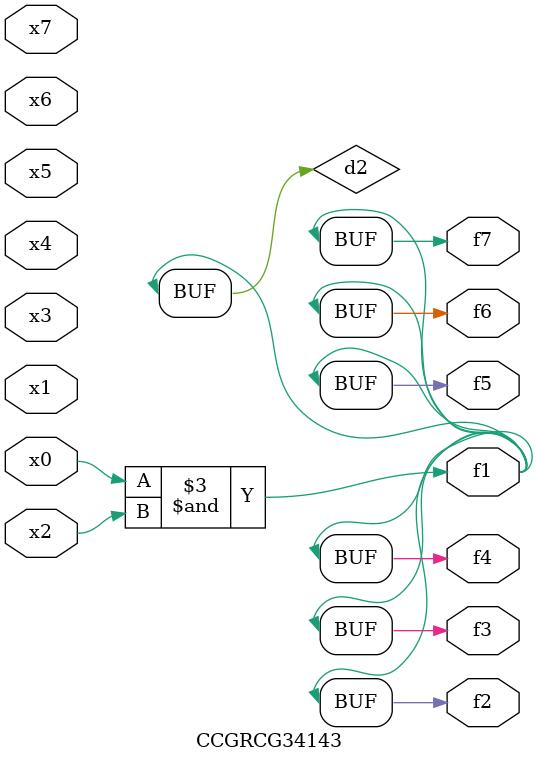
<source format=v>
module CCGRCG34143(
	input x0, x1, x2, x3, x4, x5, x6, x7,
	output f1, f2, f3, f4, f5, f6, f7
);

	wire d1, d2;

	nor (d1, x3, x6);
	and (d2, x0, x2);
	assign f1 = d2;
	assign f2 = d2;
	assign f3 = d2;
	assign f4 = d2;
	assign f5 = d2;
	assign f6 = d2;
	assign f7 = d2;
endmodule

</source>
